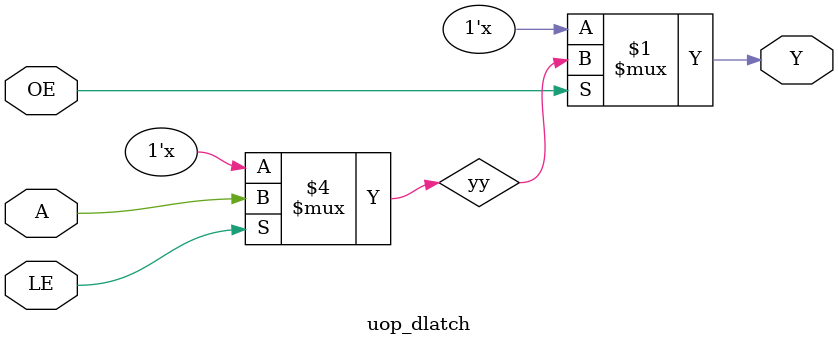
<source format=sv>
module uop_dlatch(
	output reg Y, 	//Output
	input wire A, 	//Data input
	input wire LE, 	//Latch Enable
	input wire OE	//Output Enable
);

//D-Latch, written using Verilog (we will look at SystemVerilog improvements later)

reg yy;				//Note this is type reg

//Continuous Assignment
assign Y = OE ? yy : 1'bz;	// Y is High Impedance is OE == 0

//Behavioural HDL
always @(A, LE)			// Update if A or LE change
begin
	if (LE == 1'b1)		// Set yy to A if LE is equal to 1, otherwise latch (stay unchanged)
		yy <= A;
end

endmodule
</source>
